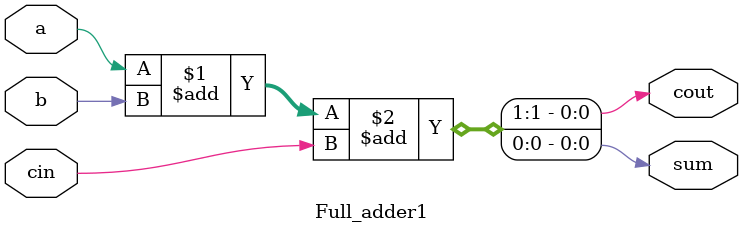
<source format=v>
module Full_adder1
(
	input	a,b,
	output	sum,
	output 	cout,
	input 	cin
);
assign{cout,sum} = a+b+cin;
endmodule

</source>
